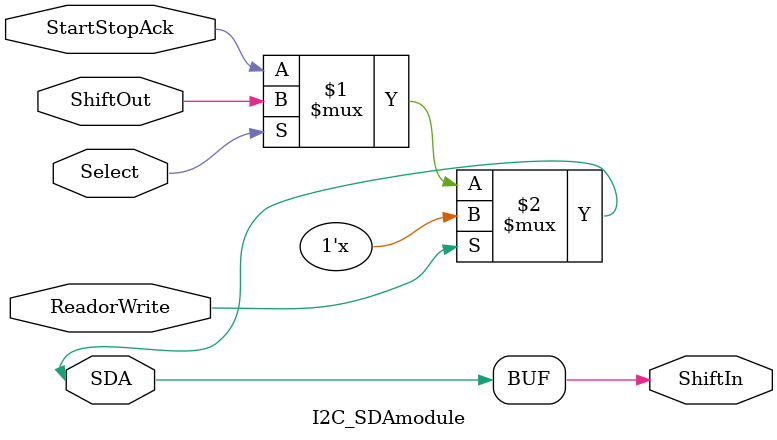
<source format=v>
`timescale 1ns / 1ps
module I2C_SDAmodule(input ReadorWrite, Select, StartStopAck, ShiftOut,
output ShiftIn, inout SDA);

    assign SDA = ReadorWrite ? 1'bz : (Select ? ShiftOut : StartStopAck); 
    assign ShiftIn = SDA;
	
endmodule

</source>
